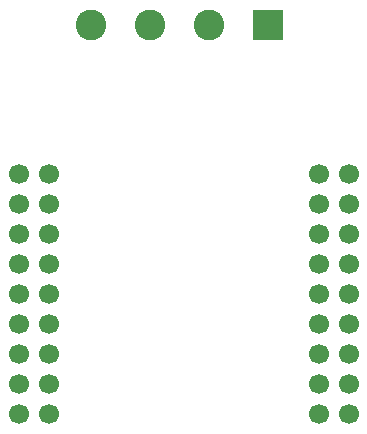
<source format=gbr>
%TF.GenerationSoftware,KiCad,Pcbnew,8.0.5*%
%TF.CreationDate,2024-09-09T20:15:27+02:00*%
%TF.ProjectId,QuinLED-ESP32-Lux,5175696e-4c45-4442-9d45-535033322d4c,rev?*%
%TF.SameCoordinates,Original*%
%TF.FileFunction,Soldermask,Bot*%
%TF.FilePolarity,Negative*%
%FSLAX46Y46*%
G04 Gerber Fmt 4.6, Leading zero omitted, Abs format (unit mm)*
G04 Created by KiCad (PCBNEW 8.0.5) date 2024-09-09 20:15:27*
%MOMM*%
%LPD*%
G01*
G04 APERTURE LIST*
%ADD10C,1.700000*%
%ADD11C,2.600000*%
%ADD12R,2.600000X2.600000*%
G04 APERTURE END LIST*
D10*
%TO.C,U1*%
X128040793Y-78640533D03*
X128040793Y-81180533D03*
X128040793Y-83720533D03*
X128040793Y-86260533D03*
X128040793Y-88800533D03*
X128040793Y-91340533D03*
X128040793Y-93880533D03*
X128040793Y-96420533D03*
X128040793Y-98960533D03*
X130580793Y-78640533D03*
X130580793Y-81180533D03*
X130580793Y-83720533D03*
X130580793Y-86260533D03*
X130580793Y-88800533D03*
X130580793Y-91340533D03*
X130580793Y-93880533D03*
X130580793Y-96420533D03*
X130580793Y-98960533D03*
X153440793Y-78640533D03*
X153440793Y-81180533D03*
X153440793Y-83720533D03*
X153440793Y-86260533D03*
X153440793Y-88800533D03*
X153440793Y-91340533D03*
X153440793Y-93880533D03*
X153440793Y-96420533D03*
X153440793Y-98960533D03*
X155980793Y-78640533D03*
X155980793Y-81180533D03*
X155980793Y-83720533D03*
X155980793Y-86260533D03*
X155980793Y-88800533D03*
X155980793Y-91340533D03*
X155980793Y-93880533D03*
X155980793Y-96420533D03*
X155980793Y-98960533D03*
%TD*%
D11*
%TO.C,J1*%
X134161010Y-66091422D03*
X139161010Y-66091422D03*
X144161010Y-66091422D03*
D12*
X149161010Y-66091422D03*
%TD*%
M02*

</source>
